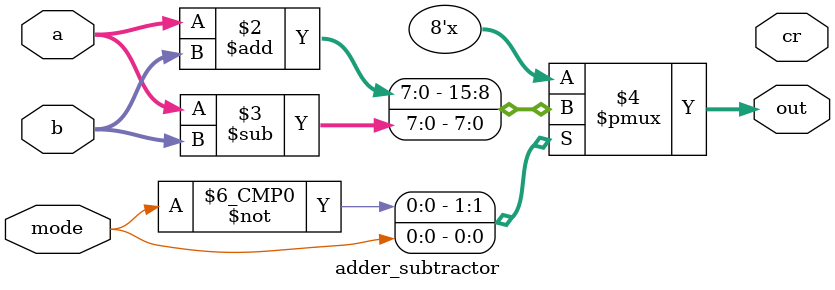
<source format=v>
`timescale 1ns / 1ps


module adder_subtractor(
    input [7:0] a, b,
    output reg [7:0] out,
    output cr,
    input mode
    );
    
    always @(a or b or mode) begin
        case(mode)
            0 : begin out = a + b; end
            1 : begin out = a - b; end
        endcase
    end
    
endmodule

</source>
